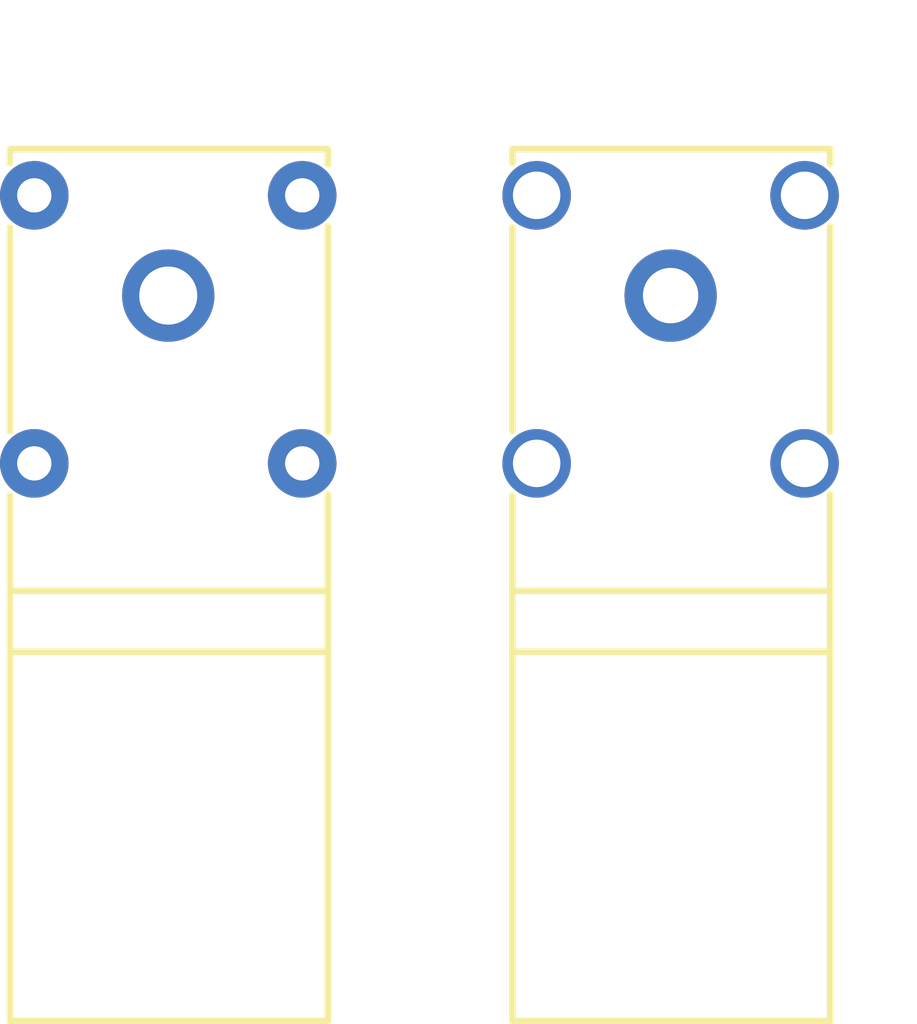
<source format=kicad_pcb>
(kicad_pcb (version 20241229) (generator "pcbnew") (generator_version "9.0")
  (layers (0 "F.Cu" signal) (2 "B.Cu" signal) (13 "F.Paste" user) (15 "B.Paste" user) (5 "F.SilkS" user "F.Silkscreen") (7 "B.SilkS" user "B.Silkscreen") (1 "F.Mask" user) (3 "B.Mask" user) (25 "Edge.Cuts" user))
  (net 0 "")
  (net 1 "black_plug-net")
  (net 2 "red_plug-net")
  (net 3 "red_plug-net-1")
  (net 4 "black_plug-net-2")
  (net 5 "black_plug-net-1")
  (net 6 "black_plug-net-3")
  (net 7 "gnd")
  (net 8 "red_plug-net-3")
  (net 9 "hv")
  (net 10 "red_plug-net-2")
  (footprint "atopile:ANT-TH_L33.0-W12.0_RED-b58375" (layer "F.Cu") (at -9.525 1.28 90)
    (property "Reference" "J2" (hide yes))
    (property "Value" "")
    (fp_line (start 6.3 -6) (end 6.83 -6) (stroke (width 0.25)) (layer "F.SilkS"))
    (fp_line (start -3.86 -6) (end 3.86 -6) (stroke (width 0.25)) (layer "F.SilkS"))
    (fp_line (start -9.91 -6) (end -9.91 5.91) (stroke (width 0.25)) (layer "F.SilkS"))
    (fp_line (start -12.22 -6) (end -12.22 6.05) (stroke (width 0.25)) (layer "F.SilkS"))
    (fp_line (start -26.22 -6) (end -6.3 -6) (stroke (width 0.25)) (layer "F.SilkS"))
    (fp_line (start 6.83 -5.95) (end 6.83 6.05) (stroke (width 0.25)) (layer "F.SilkS"))
    (fp_line (start 6.83 6.05) (end 6.26 6.05) (stroke (width 0.25)) (layer "F.SilkS"))
    (fp_line (start 3.9 6.05) (end -3.9 6.05) (stroke (width 0.25)) (layer "F.SilkS"))
    (fp_line (start -6.26 6.05) (end -26.22 6.05) (stroke (width 0.25)) (layer "F.SilkS"))
    (fp_line (start -26.22 6.05) (end -26.22 -6) (stroke (width 0.25)) (layer "F.SilkS"))
    (pad "1" thru_hole circle (at -5.08 5.08 90) (size 2.6 2.6) (drill 1.300023) (layers "*.Cu" "*.Mask") (net 3 "red_plug-net-1"))
    (pad "2" thru_hole circle (at -5.08 -5.08 90) (size 2.6 2.6) (drill 1.300023) (layers "*.Cu" "*.Mask") (net 8 "red_plug-net-3"))
    (pad "3" thru_hole circle (at 5.08 -5.08 90) (size 2.6 2.6) (drill 1.300023) (layers "*.Cu" "*.Mask") (net 2 "red_plug-net"))
    (pad "4" thru_hole circle (at 5.08 5.08 90) (size 2.6 2.6) (drill 1.300023) (layers "*.Cu" "*.Mask") (net 10 "red_plug-net-2"))
    (pad "5" thru_hole circle (at 1.28 0 90) (size 3.5 3.5) (drill 2.199996) (layers "*.Cu" "*.Mask") (net 9 "hv"))
  )
  (footprint "atopile:ANT-TH_L33.0-W12.0_BLACK-6b51ce" (layer "F.Cu") (at 9.525 1.28 90)
    (property "Reference" "J1" (hide yes))
    (property "Value" "")
    (fp_line (start 6.31 -6) (end 6.83 -6) (stroke (width 0.25)) (layer "F.SilkS"))
    (fp_line (start -3.85 -6) (end 3.86 -6) (stroke (width 0.25)) (layer "F.SilkS"))
    (fp_line (start -9.91 -6) (end -9.91 5.9) (stroke (width 0.25)) (layer "F.SilkS"))
    (fp_line (start -12.22 -6) (end -12.22 6.05) (stroke (width 0.25)) (layer "F.SilkS"))
    (fp_line (start -26.22 -6) (end -6.3 -6) (stroke (width 0.25)) (layer "F.SilkS"))
    (fp_line (start 6.83 -5.95) (end 6.83 6.05) (stroke (width 0.25)) (layer "F.SilkS"))
    (fp_line (start 6.83 6.05) (end 6.27 6.05) (stroke (width 0.25)) (layer "F.SilkS"))
    (fp_line (start 3.9 6.05) (end -3.89 6.05) (stroke (width 0.25)) (layer "F.SilkS"))
    (fp_line (start -6.26 6.05) (end -26.22 6.05) (stroke (width 0.25)) (layer "F.SilkS"))
    (fp_line (start -26.22 6.05) (end -26.22 -6) (stroke (width 0.25)) (layer "F.SilkS"))
    (pad "1" thru_hole circle (at -5.08 5.08 90) (size 2.6 2.6) (drill 1.799996) (layers "*.Cu" "*.Mask") (net 4 "black_plug-net-2"))
    (pad "2" thru_hole circle (at -5.08 -5.08 90) (size 2.6 2.6) (drill 1.799996) (layers "*.Cu" "*.Mask") (net 1 "black_plug-net"))
    (pad "3" thru_hole circle (at 5.08 -5.08 90) (size 2.6 2.6) (drill 1.799996) (layers "*.Cu" "*.Mask") (net 6 "black_plug-net-3"))
    (pad "4" thru_hole circle (at 5.08 5.08 90) (size 2.6 2.6) (drill 1.799996) (layers "*.Cu" "*.Mask") (net 5 "black_plug-net-1"))
    (pad "5" thru_hole circle (at 1.28 0 90) (size 3.5 3.5) (drill 2.100021) (layers "*.Cu" "*.Mask") (net 7 "gnd"))
  )
)
</source>
